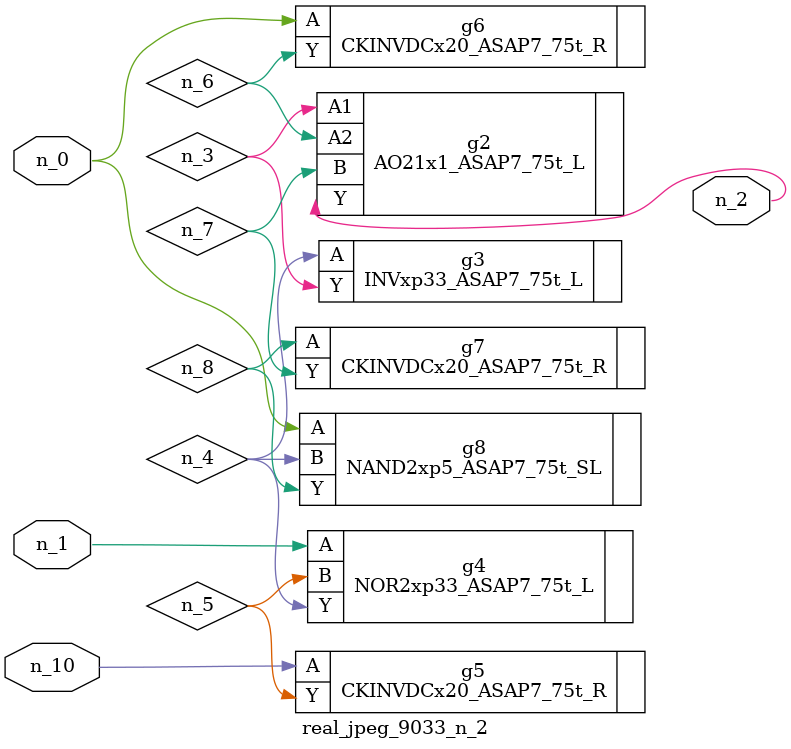
<source format=v>
module real_jpeg_9033_n_2 (n_1, n_10, n_0, n_2);

input n_1;
input n_10;
input n_0;

output n_2;

wire n_5;
wire n_4;
wire n_8;
wire n_6;
wire n_7;
wire n_3;

CKINVDCx20_ASAP7_75t_R g6 ( 
.A(n_0),
.Y(n_6)
);

NAND2xp5_ASAP7_75t_SL g8 ( 
.A(n_0),
.B(n_4),
.Y(n_8)
);

NOR2xp33_ASAP7_75t_L g4 ( 
.A(n_1),
.B(n_5),
.Y(n_4)
);

AO21x1_ASAP7_75t_L g2 ( 
.A1(n_3),
.A2(n_6),
.B(n_7),
.Y(n_2)
);

INVxp33_ASAP7_75t_L g3 ( 
.A(n_4),
.Y(n_3)
);

CKINVDCx20_ASAP7_75t_R g7 ( 
.A(n_8),
.Y(n_7)
);

CKINVDCx20_ASAP7_75t_R g5 ( 
.A(n_10),
.Y(n_5)
);


endmodule
</source>
